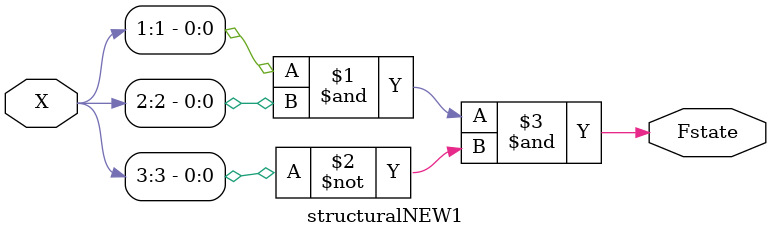
<source format=v>
module structuralNEW1(X, Fstate);

   input [1:4] X;

   output Fstate;

   
   

   and(Fstate, X[1], X[2], ~X[3]);
  




endmodule

</source>
